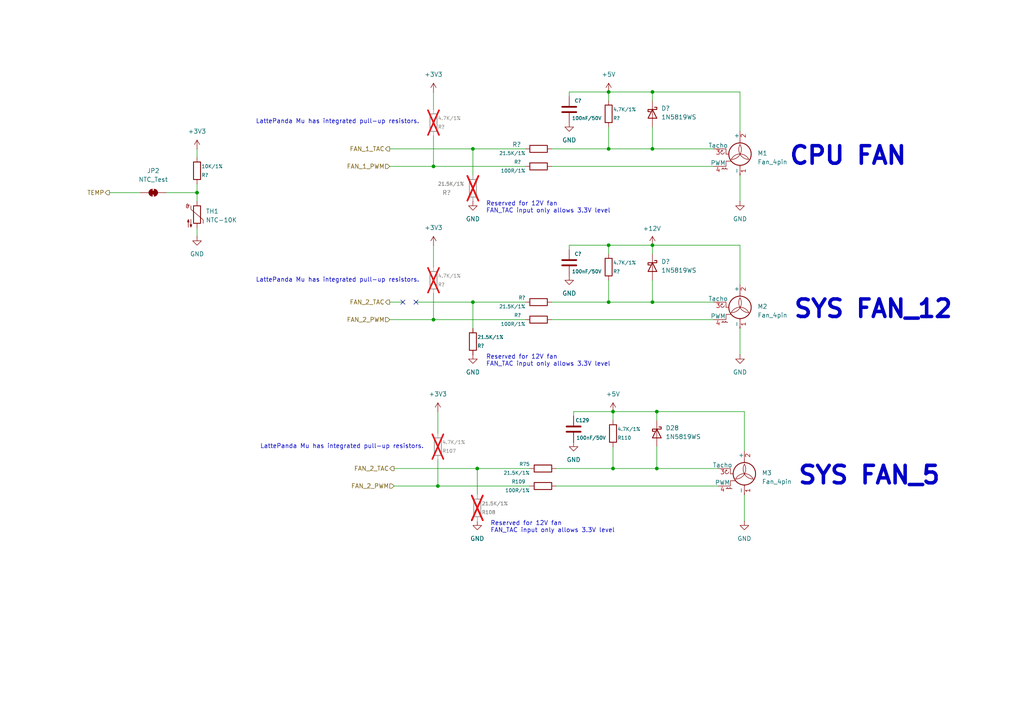
<source format=kicad_sch>
(kicad_sch (version 20231120) (generator "eeschema") (generator_version "8.0")
  (paper "A4")
  (title_block (title "nvme Carrier for LattePanda Mu") (date "2024-07-13") (rev "V1.0"))
  (lib_symbols
    (symbol "Device:C" (pin_numbers hide) (pin_names (offset 0.254))
      (property "Reference" "C" (at 0.635 2.54 0))
      (property "Value" "C" (at 0.635 -2.54 0))
      (symbol "C_0_1"
        (polyline (pts (xy -2.032 -0.762) (xy 2.032 -0.762)) (stroke (width 0.508)))
        (polyline (pts (xy -2.032 0.762) (xy 2.032 0.762)) (stroke (width 0.508)))
      )
      (symbol "C_1_1"
        (pin passive line (at 0 3.81 270) (length 2.794) (name "~") (number "1"))
        (pin passive line (at 0 -3.81 90) (length 2.794) (name "~") (number "2"))
      )
    )
    (symbol "Device:R" (pin_numbers hide) (pin_names (offset 0))
      (property "Reference" "R" (at 2.032 0 90))
      (property "Value" "R" (at 0 0 90))
      (symbol "R_0_1"
        (rectangle (start -1.016 -2.54) (end 1.016 2.54) (stroke (width 0.254)))
      )
      (symbol "R_1_1"
        (pin passive line (at 0 3.81 270) (length 1.27) (name "~") (number "1"))
        (pin passive line (at 0 -3.81 90) (length 1.27) (name "~") (number "2"))
      )
    )
    (symbol "Device:Thermistor_NTC" (pin_numbers hide) (pin_names (offset 0))
      (property "Reference" "TH" (at -4.445 0 90))
      (property "Value" "Thermistor_NTC" (at 3.175 0 90))
      (symbol "Thermistor_NTC_0_1"
        (arc (start -3.048 2.159) (mid -3.0495 2.3143) (end -3.175 2.413))
        (arc (start -3.048 2.159) (mid -2.9736 1.9794) (end -2.794 1.905))
        (arc (start -3.048 2.794) (mid -2.9736 2.6144) (end -2.794 2.54))
        (arc (start -2.794 1.905) (mid -2.6144 1.9794) (end -2.54 2.159))
        (arc (start -2.794 2.54) (mid -2.4393 2.5587) (end -2.159 2.794))
        (arc (start -2.794 3.048) (mid -2.9736 2.9736) (end -3.048 2.794))
        (arc (start -2.54 2.794) (mid -2.6144 2.9736) (end -2.794 3.048))
        (rectangle (start -1.016 2.54) (end 1.016 -2.54) (stroke (width 0.254)))
        (polyline (pts (xy -2.54 2.159) (xy -2.54 2.794)))
        (polyline (pts (xy -1.778 2.54) (xy -1.778 1.524) (xy 1.778 -1.524) (xy 1.778 -2.54)))
        (polyline (pts (xy -2.54 -3.683) (xy -2.54 -1.397) (xy -2.794 -2.159) (xy -2.286 -2.159) (xy -2.54 -1.397) (xy -2.54 -1.651)) (fill (type outline)))
        (polyline (pts (xy -1.778 -1.397) (xy -1.778 -3.683) (xy -2.032 -2.921) (xy -1.524 -2.921) (xy -1.778 -3.683) (xy -1.778 -3.429)) (fill (type outline)))
      )
      (symbol "Thermistor_NTC_1_1"
        (pin passive line (at 0 3.81 270) (length 1.27) (name "~") (number "1"))
        (pin passive line (at 0 -3.81 90) (length 1.27) (name "~") (number "2"))
      )
    )
    (symbol "Diode:1N5819WS" (pin_numbers hide) (pin_names (offset 1.016) hide)
      (property "Reference" "D" (at 0 2.54 0))
      (property "Value" "1N5819WS" (at 0 -2.54 0))
      (symbol "1N5819WS_0_1"
        (polyline (pts (xy 1.27 0) (xy -1.27 0)))
        (polyline (pts (xy 1.27 1.27) (xy 1.27 -1.27) (xy -1.27 0) (xy 1.27 1.27)) (stroke (width 0.254)))
        (polyline (pts (xy -1.905 0.635) (xy -1.905 1.27) (xy -1.27 1.27) (xy -1.27 -1.27) (xy -0.635 -1.27) (xy -0.635 -0.635)) (stroke (width 0.254)))
      )
      (symbol "1N5819WS_1_1"
        (pin passive line (at -3.81 0 0) (length 2.54) (name "K") (number "1"))
        (pin passive line (at 3.81 0 180) (length 2.54) (name "A") (number "2"))
      )
    )
    (symbol "Jumper:SolderJumper_2_Bridged" (pin_numbers hide) (pin_names (offset 0) hide) (exclude_from_sim yes) (in_bom no)
      (property "Reference" "JP" (at 0 2.032 0))
      (property "Value" "SolderJumper_2_Bridged" (at 0 -2.54 0))
      (symbol "SolderJumper_2_Bridged_0_1"
        (rectangle (start -0.508 0.508) (end 0.508 -0.508) (fill (type outline)))
        (arc (start -0.254 1.016) (mid -1.2656 0) (end -0.254 -1.016))
        (arc (start -0.254 1.016) (mid -1.2656 0) (end -0.254 -1.016) (fill (type outline)))
        (polyline (pts (xy -0.254 1.016) (xy -0.254 -1.016)))
        (polyline (pts (xy 0.254 1.016) (xy 0.254 -1.016)))
        (arc (start 0.254 -1.016) (mid 1.2656 0) (end 0.254 1.016))
        (arc (start 0.254 -1.016) (mid 1.2656 0) (end 0.254 1.016) (fill (type outline)))
      )
      (symbol "SolderJumper_2_Bridged_1_1"
        (pin passive line (at -3.81 0 0) (length 2.54) (name "A") (number "1"))
        (pin passive line (at 3.81 0 180) (length 2.54) (name "B") (number "2"))
      )
    )
    (symbol "Motor:Fan_4pin" (pin_names (offset 0))
      (property "Reference" "M" (at 2.54 5.08 0))
      (property "Value" "Fan_4pin" (at 2.54 -2.54 0))
      (symbol "Fan_4pin_0_0"
        (arc (start -5.588 1.524) (mid -5.08 1.0182) (end -4.572 1.524))
        (arc (start -5.08 2.032) (mid -5.4392 1.8832) (end -5.588 1.524))
        (polyline (pts (xy -5.08 2.032) (xy -5.334 2.159)))
        (polyline (pts (xy -5.08 2.032) (xy -5.207 1.778)))
        (polyline (pts (xy -4.064 2.54) (xy -4.064 1.016) (xy -3.302 1.016)))
      )
      (symbol "Fan_4pin_0_1"
        (arc (start -2.54 -0.508) (mid 0.0028 0.9121) (end 0 3.81))
        (polyline (pts (xy -4.064 2.54) (xy -5.08 2.54)))
        (polyline (pts (xy 0 -5.08) (xy 0 -4.572)))
        (polyline (pts (xy 0 -2.2352) (xy 0 -2.6416)))
        (polyline (pts (xy 0 4.2672) (xy 0 4.6228)))
        (polyline (pts (xy 0 4.572) (xy 0 5.08)))
        (polyline (pts (xy -2.54 -1.016) (xy -4.064 -1.016) (xy -4.064 -2.54) (xy -5.08 -2.54)))
        (polyline (pts (xy -5.334 -3.302) (xy -5.08 -3.302) (xy -5.08 -3.048) (xy -4.826 -3.048) (xy -4.826 -3.302) (xy -4.318 -3.302) (xy -4.318 -3.048) (xy -4.064 -3.048) (xy -4.064 -3.302) (xy -3.556 -3.302)))
        (circle (center 0 1.016) (radius 3.2512) (stroke (width 0.254)))
        (arc (start 0 3.81) (mid 0.053 0.921) (end 2.54 -0.508))
        (arc (start 2.54 -0.508) (mid 0 1.0618) (end -2.54 -0.508))
      )
      (symbol "Fan_4pin_1_1"
        (pin passive line (at 0 -5.08 90) (length 2.54) (name "-") (number "1"))
        (pin passive line (at 0 7.62 270) (length 2.54) (name "+") (number "2"))
        (pin passive line (at -7.62 2.54 0) (length 2.54) (name "Tacho") (number "3"))
        (pin input line (at -7.62 -2.54 0) (length 2.54) (name "PWM") (number "4"))
      )
    )
    (symbol "power:+12V" (power) (pin_numbers hide) (pin_names (offset 0) hide)
      (property "Value" "+12V" (at 0 3.556 0))
      (symbol "+12V_0_1"
        (polyline (pts (xy -0.762 1.27) (xy 0 2.54)))
        (polyline (pts (xy 0 0) (xy 0 2.54)))
        (polyline (pts (xy 0 2.54) (xy 0.762 1.27)))
      )
      (symbol "+12V_1_1"
        (pin power_in line (at 0 0 90) (length 0) (name "~") (number "1"))
      )
    )
    (symbol "power:+3V3" (power) (pin_numbers hide) (pin_names (offset 0) hide)
      (property "Value" "+3V3" (at 0 3.556 0))
      (symbol "+3V3_0_1"
        (polyline (pts (xy -0.762 1.27) (xy 0 2.54)))
        (polyline (pts (xy 0 0) (xy 0 2.54)))
        (polyline (pts (xy 0 2.54) (xy 0.762 1.27)))
      )
      (symbol "+3V3_1_1"
        (pin power_in line (at 0 0 90) (length 0) (name "~") (number "1"))
      )
    )
    (symbol "power:+5V" (power) (pin_numbers hide) (pin_names (offset 0) hide)
      (property "Value" "+5V" (at 0 3.556 0))
      (symbol "+5V_0_1"
        (polyline (pts (xy -0.762 1.27) (xy 0 2.54)))
        (polyline (pts (xy 0 0) (xy 0 2.54)))
        (polyline (pts (xy 0 2.54) (xy 0.762 1.27)))
      )
      (symbol "+5V_1_1"
        (pin power_in line (at 0 0 90) (length 0) (name "~") (number "1"))
      )
    )
    (symbol "power:GND" (power) (pin_numbers hide) (pin_names (offset 0) hide)
      (property "Value" "GND" (at 0 -3.81 0))
      (symbol "GND_0_1"
        (polyline (pts (xy 0 0) (xy 0 -1.27) (xy 1.27 -1.27) (xy 0 -2.54) (xy -1.27 -1.27) (xy 0 -1.27)))
      )
      (symbol "GND_1_1"
        (pin power_in line (at 0 0 270) (length 0) (name "~") (number "1"))
      )
    )
  )
  (junction (at 176.53 87.63))
  (junction (at 176.53 26.67))
  (junction (at 138.43 135.89))
  (junction (at 177.8 135.89))
  (junction (at 137.16 43.18))
  (junction (at 189.23 26.67))
  (junction (at 190.5 135.89))
  (junction (at 127 140.97))
  (junction (at 189.23 71.12))
  (junction (at 125.73 48.26))
  (junction (at 176.53 71.12))
  (junction (at 177.8 119.38))
  (junction (at 125.73 92.71))
  (junction (at 189.23 43.18))
  (junction (at 190.5 119.38))
  (junction (at 176.53 43.18))
  (junction (at 57.15 55.88))
  (junction (at 137.16 87.63))
  (junction (at 189.23 87.63))
  (no_connect (at 116.84 87.63))
  (no_connect (at 120.65 87.63))
  (wire (pts (xy 161.29 140.97) (xy 208.28 140.97)))
  (wire (pts (xy 165.1 71.12) (xy 176.53 71.12)))
  (wire (pts (xy 215.9 119.38) (xy 190.5 119.38)))
  (wire (pts (xy 57.15 43.18) (xy 57.15 45.72)))
  (wire (pts (xy 189.23 26.67) (xy 176.53 26.67)))
  (wire (pts (xy 120.65 87.63) (xy 137.16 87.63)))
  (wire (pts (xy 127 133.35) (xy 127 140.97)))
  (wire (pts (xy 160.02 43.18) (xy 176.53 43.18)))
  (wire (pts (xy 113.03 48.26) (xy 125.73 48.26)))
  (wire (pts (xy 176.53 87.63) (xy 189.23 87.63)))
  (wire (pts (xy 125.73 71.12) (xy 125.73 77.47)))
  (wire (pts (xy 125.73 48.26) (xy 152.4 48.26)))
  (wire (pts (xy 113.03 43.18) (xy 137.16 43.18)))
  (wire (pts (xy 137.16 87.63) (xy 137.16 95.25)))
  (wire (pts (xy 114.3 140.97) (xy 127 140.97)))
  (wire (pts (xy 127 119.38) (xy 127 125.73)))
  (wire (pts (xy 214.63 71.12) (xy 189.23 71.12)))
  (wire (pts (xy 189.23 73.66) (xy 189.23 71.12)))
  (wire (pts (xy 207.01 87.63) (xy 189.23 87.63)))
  (wire (pts (xy 138.43 135.89) (xy 138.43 143.51)))
  (wire (pts (xy 138.43 135.89) (xy 153.67 135.89)))
  (wire (pts (xy 125.73 92.71) (xy 152.4 92.71)))
  (wire (pts (xy 214.63 50.8) (xy 214.63 58.42)))
  (wire (pts (xy 165.1 27.94) (xy 165.1 26.67)))
  (wire (pts (xy 176.53 26.67) (xy 176.53 29.21)))
  (wire (pts (xy 57.15 66.04) (xy 57.15 68.58)))
  (wire (pts (xy 177.8 135.89) (xy 190.5 135.89)))
  (wire (pts (xy 160.02 87.63) (xy 176.53 87.63)))
  (wire (pts (xy 137.16 43.18) (xy 152.4 43.18)))
  (wire (pts (xy 190.5 135.89) (xy 190.5 129.54)))
  (wire (pts (xy 31.75 55.88) (xy 40.64 55.88)))
  (wire (pts (xy 189.23 43.18) (xy 189.23 36.83)))
  (wire (pts (xy 189.23 87.63) (xy 189.23 81.28)))
  (wire (pts (xy 57.15 53.34) (xy 57.15 55.88)))
  (wire (pts (xy 160.02 48.26) (xy 207.01 48.26)))
  (wire (pts (xy 189.23 71.12) (xy 176.53 71.12)))
  (wire (pts (xy 176.53 71.12) (xy 176.53 73.66)))
  (wire (pts (xy 137.16 43.18) (xy 137.16 50.8)))
  (wire (pts (xy 214.63 95.25) (xy 214.63 102.87)))
  (wire (pts (xy 166.37 120.65) (xy 166.37 119.38)))
  (wire (pts (xy 215.9 143.51) (xy 215.9 151.13)))
  (wire (pts (xy 166.37 119.38) (xy 177.8 119.38)))
  (wire (pts (xy 165.1 72.39) (xy 165.1 71.12)))
  (wire (pts (xy 214.63 82.55) (xy 214.63 71.12)))
  (wire (pts (xy 214.63 26.67) (xy 189.23 26.67)))
  (wire (pts (xy 137.16 87.63) (xy 152.4 87.63)))
  (wire (pts (xy 127 140.97) (xy 153.67 140.97)))
  (wire (pts (xy 161.29 135.89) (xy 177.8 135.89)))
  (wire (pts (xy 125.73 26.67) (xy 125.73 31.75)))
  (wire (pts (xy 189.23 29.21) (xy 189.23 26.67)))
  (wire (pts (xy 208.28 135.89) (xy 190.5 135.89)))
  (wire (pts (xy 176.53 81.28) (xy 176.53 87.63)))
  (wire (pts (xy 190.5 119.38) (xy 177.8 119.38)))
  (wire (pts (xy 48.26 55.88) (xy 57.15 55.88)))
  (wire (pts (xy 214.63 38.1) (xy 214.63 26.67)))
  (wire (pts (xy 57.15 55.88) (xy 57.15 58.42)))
  (wire (pts (xy 125.73 39.37) (xy 125.73 48.26)))
  (wire (pts (xy 207.01 43.18) (xy 189.23 43.18)))
  (wire (pts (xy 113.03 92.71) (xy 125.73 92.71)))
  (wire (pts (xy 176.53 36.83) (xy 176.53 43.18)))
  (wire (pts (xy 114.3 135.89) (xy 138.43 135.89)))
  (wire (pts (xy 176.53 43.18) (xy 189.23 43.18)))
  (wire (pts (xy 215.9 130.81) (xy 215.9 119.38)))
  (wire (pts (xy 177.8 129.54) (xy 177.8 135.89)))
  (wire (pts (xy 165.1 26.67) (xy 176.53 26.67)))
  (wire (pts (xy 177.8 119.38) (xy 177.8 121.92)))
  (wire (pts (xy 160.02 92.71) (xy 207.01 92.71)))
  (wire (pts (xy 113.03 87.63) (xy 116.84 87.63)))
  (wire (pts (xy 190.5 121.92) (xy 190.5 119.38)))
  (wire (pts (xy 125.73 85.09) (xy 125.73 92.71)))
  (text "CPU FAN" (at 228.6 48.26 0) (effects (font (size 5.08 5.08) (bold yes)) (justify left bottom)))
  (text "SYS FAN_5" (at 231.14 140.97 0) (effects (font (size 5.08 5.08) (bold yes)) (justify left bottom)))
  (text "SYS FAN_12" (at 229.87 92.71 0) (effects (font (size 5.08 5.08) (bold yes)) (justify left bottom)))
  (text "Reserved for 12V fan\nFAN_TAC input only allows 3.3V level" (at 140.97 102.87 0) (effects (font (size 1.27 1.27)) (justify left top)))
  (text "LattePanda Mu has integrated pull-up resistors." (at 121.666 35.306 0) (effects (font (size 1.27 1.27)) (justify right)))
  (text "LattePanda Mu has integrated pull-up resistors." (at 121.666 81.28 0) (effects (font (size 1.27 1.27)) (justify right)))
  (text "Reserved for 12V fan\nFAN_TAC input only allows 3.3V level" (at 140.97 58.42 0) (effects (font (size 1.27 1.27)) (justify left top)))
  (text "Reserved for 12V fan\nFAN_TAC input only allows 3.3V level" (at 142.24 151.13 0) (effects (font (size 1.27 1.27)) (justify left top)))
  (text "LattePanda Mu has integrated pull-up resistors." (at 122.936 129.54 0) (effects (font (size 1.27 1.27)) (justify right)))
  (hierarchical_label "FAN_1_TAC" (shape output) (at 113.03 43.18 180))
  (hierarchical_label "FAN_2_PWM" (shape input) (at 114.3 140.97 180))
  (hierarchical_label "FAN_1_PWM" (shape input) (at 113.03 48.26 180))
  (hierarchical_label "TEMP" (shape output) (at 31.75 55.88 180))
  (hierarchical_label "FAN_2_PWM" (shape input) (at 113.03 92.71 180))
  (hierarchical_label "FAN_2_TAC" (shape output) (at 114.3 135.89 180))
  (hierarchical_label "FAN_2_TAC" (shape output) (at 113.03 87.63 180))
  (symbol (lib_id "Device:R") (at 156.21 48.26 90) (unit 1)
    (property "Reference" "R?" (at 151.13 46.99 90) (effects (font (size 1 1)) (justify left)))
    (property "Value" "100R/1%" (at 152.4 49.53 90) (effects (font (size 1 1)) (justify left)))
    (property "Footprint" "A_HDJ_Library:R_0402_1005Metric" (effects (hide yes)))
    (property "Datasheet" "https://wmsc.lcsc.com/wmsc/upload/file/pdf/v2/lcsc/2304140030_YAGEO-RC0402FR-07100RL_C106232.pdf" (effects (hide yes)))
    (property "Part#" "C106232" (effects (hide yes)))
    (property "MPN" "RC0402FR-07100RL" (effects (hide yes)))
    (property "Package" "0402" (effects (hide yes)))
    (property "LCSC Part #" "C106232" (effects (hide yes)))
  )
  (symbol (lib_id "Device:R") (at 156.21 92.71 90) (unit 1)
    (property "Reference" "R?" (at 151.13 91.44 90) (effects (font (size 1 1)) (justify left)))
    (property "Value" "100R/1%" (at 152.4 93.98 90) (effects (font (size 1 1)) (justify left)))
    (property "Footprint" "A_HDJ_Library:R_0402_1005Metric" (effects (hide yes)))
    (property "Datasheet" "https://wmsc.lcsc.com/wmsc/upload/file/pdf/v2/lcsc/2304140030_YAGEO-RC0402FR-07100RL_C106232.pdf" (effects (hide yes)))
    (property "Part#" "C106232" (effects (hide yes)))
    (property "MPN" "RC0402FR-07100RL" (effects (hide yes)))
    (property "Package" "0402" (effects (hide yes)))
    (property "LCSC Part #" "C106232" (effects (hide yes)))
  )
  (symbol (lib_id "Device:R") (at 177.8 125.73 0) (unit 1)
    (property "Reference" "R110" (at 179.07 127 0) (effects (font (size 1 1)) (justify left)))
    (property "Value" "4.7K/1%" (at 179.07 124.46 0) (effects (font (size 1 1)) (justify left)))
    (property "Footprint" "A_HDJ_Library:R_0402_1005Metric" (effects (hide yes)))
    (property "Datasheet" "https://wmsc.lcsc.com/wmsc/upload/file/pdf/v2/lcsc/2304140030_YAGEO-RC0402FR-074K7L_C105871.pdf" (effects (hide yes)))
    (property "Part#" "C105871" (effects (hide yes)))
    (property "MPN" "RC0402FR-074K7L" (effects (hide yes)))
    (property "Package" "0402" (effects (hide yes)))
    (property "LCSC Part #" "C105871" (effects (hide yes)))
  )
  (symbol (lib_id "power:GND") (at 138.43 151.13 0) (unit 1)
    (property "Reference" "#PWR0152" (effects (hide yes)))
    (property "Value" "GND" (at 138.43 156.21 0))
  )
  (symbol (lib_id "Jumper:SolderJumper_2_Bridged") (at 44.45 55.88 0) (unit 1) (exclude_from_sim yes) (in_bom no)
    (property "Reference" "JP2" (at 44.45 49.53 0))
    (property "Value" "NTC_Test" (at 44.45 52.07 0))
    (property "Footprint" "Jumper:SolderJumper-2_P1.3mm_Bridged_RoundedPad1.0x1.5mm" (effects (hide yes)))
    (property "Description" "Solder Jumper, 2-pole, closed/bridged" (effects (hide yes)))
    (property "Package" "SolderJumper" (effects (hide yes)))
  )
  (symbol (lib_id "Device:R") (at 137.16 54.61 0) (unit 1) (in_bom no) (on_board no) (dnp yes)
    (property "Reference" "R?" (at 129.54 55.88 0))
    (property "Value" "21.5K/1%" (at 130.81 53.34 0) (effects (font (size 1 1))))
    (property "Footprint" "A_HDJ_Library:R_0402_1005Metric" (effects (hide yes)))
    (property "Datasheet" "https://wmsc.lcsc.com/wmsc/upload/file/pdf/v2/lcsc/2304140030_YAGEO-RC0402FR-0721K5L_C185442.pdf" (effects (hide yes)))
    (property "Part#" "C185442" (effects (hide yes)))
    (property "MPN" "RC0402FR-0721K5L" (effects (hide yes)))
    (property "Package" "0402" (effects (hide yes)))
    (property "LCSC Part #" "C185442" (effects (hide yes)))
  )
  (symbol (lib_id "Device:Thermistor_NTC") (at 57.15 62.23 0) (unit 1)
    (property "Reference" "TH1" (at 59.69 61.2775 0) (effects (justify left)))
    (property "Value" "NTC-10K" (at 59.69 63.8175 0) (effects (justify left)))
    (property "Footprint" "Resistor_SMD:R_0603_1608Metric" (effects (hide yes)))
    (property "Datasheet" "https://www.mouser.de/datasheet/2/281/NCU18XH103F60RB-1519762.pdf" (effects (hide yes)))
    (property "Part#" "C440252" (effects (hide yes)))
    (property "MPN" "NCU18XH103F60RB " (effects (hide yes)))
    (property "Package" "0603" (effects (hide yes)))
    (property "LCSC Part #" "C440252" (effects (hide yes)))
  )
  (symbol (lib_id "Device:C") (at 165.1 31.75 0) (unit 1)
    (property "Reference" "C?" (at 167.64 29.21 0) (effects (font (size 1 1))))
    (property "Value" "100nF/50V" (at 170.18 34.29 0) (effects (font (size 1 1))))
    (property "Footprint" "A_HDJ_Library:C_0402_1005Metric" (effects (hide yes)))
    (property "Datasheet" "https://wmsc.lcsc.com/wmsc/upload/file/pdf/v2/lcsc/1809272047_Murata-Electronics-GRM155R71H104KE14D_C77020.pdf" (effects (hide yes)))
    (property "SCH_Show_Footprint" "C0402" (effects (hide yes)))
    (property "Part#" "C77020" (effects (hide yes)))
    (property "MPN" "GRM155R71H104KE14D" (effects (hide yes)))
    (property "Package" "0402" (effects (hide yes)))
    (property "LCSC Part #" "C77020" (effects (hide yes)))
  )
  (symbol (lib_id "power:GND") (at 165.1 80.01 0) (unit 1)
    (property "Reference" "#PWR0117" (effects (hide yes)))
    (property "Value" "GND" (at 165.1 85.09 0))
  )
  (symbol (lib_id "Device:R") (at 157.48 140.97 90) (unit 1)
    (property "Reference" "R109" (at 152.4 139.7 90) (effects (font (size 1 1)) (justify left)))
    (property "Value" "100R/1%" (at 153.67 142.24 90) (effects (font (size 1 1)) (justify left)))
    (property "Footprint" "A_HDJ_Library:R_0402_1005Metric" (effects (hide yes)))
    (property "Datasheet" "https://wmsc.lcsc.com/wmsc/upload/file/pdf/v2/lcsc/2304140030_YAGEO-RC0402FR-07100RL_C106232.pdf" (effects (hide yes)))
    (property "Part#" "C106232" (effects (hide yes)))
    (property "MPN" "RC0402FR-07100RL" (effects (hide yes)))
    (property "Package" "0402" (effects (hide yes)))
    (property "LCSC Part #" "C106232" (effects (hide yes)))
  )
  (symbol (lib_id "Motor:Fan_4pin") (at 214.63 90.17 0) (unit 1)
    (property "Reference" "M2" (at 219.71 88.9 0) (effects (justify left)))
    (property "Value" "Fan_4pin" (at 219.71 91.44 0) (effects (justify left)))
    (property "Footprint" "Connector:FanPinHeader_1x04_P2.54mm_Vertical" (effects (hide yes)))
    (property "Datasheet" "https://wmsc.lcsc.com/wmsc/upload/file/pdf/v2/lcsc/1811051309_MOLEX-470531000_C240840.pdf" (effects (hide yes)))
    (property "Part#" "C240840" (effects (hide yes)))
    (property "MPN" "470531000" (effects (hide yes)))
    (property "Package" "Plugin,P=2.54mm" (effects (hide yes)))
    (property "LCSC Part #" "C240840" (effects (hide yes)))
  )
  (symbol (lib_id "power:GND") (at 214.63 58.42 0) (unit 1)
    (property "Reference" "#PWR0123" (effects (hide yes)))
    (property "Value" "GND" (at 214.63 63.5 0))
  )
  (symbol (lib_id "Device:R") (at 138.43 147.32 0) (unit 1) (in_bom no) (on_board no) (dnp yes)
    (property "Reference" "R108" (at 139.7 148.59 0) (effects (font (size 1 1)) (justify left)))
    (property "Value" "21.5K/1%" (at 139.7 146.05 0) (effects (font (size 1 1)) (justify left)))
    (property "Footprint" "A_HDJ_Library:R_0402_1005Metric" (effects (hide yes)))
    (property "Datasheet" "https://wmsc.lcsc.com/wmsc/upload/file/pdf/v2/lcsc/2304140030_YAGEO-RC0402FR-0721K5L_C185442.pdf" (effects (hide yes)))
    (property "Part#" "C185442" (effects (hide yes)))
    (property "MPN" "RC0402FR-0721K5L" (effects (hide yes)))
    (property "Package" "0402" (effects (hide yes)))
    (property "LCSC Part #" "C185442" (effects (hide yes)))
  )
  (symbol (lib_id "power:GND") (at 215.9 151.13 0) (unit 1)
    (property "Reference" "#PWR0156" (effects (hide yes)))
    (property "Value" "GND" (at 215.9 156.21 0))
  )
  (symbol (lib_id "Diode:1N5819WS") (at 189.23 77.47 270) (unit 1)
    (property "Reference" "D?" (at 191.77 75.8825 90) (effects (justify left)))
    (property "Value" "1N5819WS" (at 191.77 78.4225 90) (effects (justify left)))
    (property "Footprint" "A_HDJ_Library:D_SOD-323" (effects (hide yes)))
    (property "Datasheet" "https://wmsc.lcsc.com/wmsc/upload/file/pdf/v2/lcsc/2204281430_Guangdong-Hottech-1N5819WS_C191023.pdf" (effects (hide yes)))
    (property "SCH_Show_Footprint" "SOD-323" (effects (hide yes)))
    (property "Part#" "C2828425" (effects (hide yes)))
    (property "MPN" "1N5819WS" (effects (hide yes)))
    (property "Package" "SOD-323" (effects (hide yes)))
    (property "LCSC Part #" "C2828425" (effects (hide yes)))
  )
  (symbol (lib_id "power:+5V") (at 176.53 26.67 0) (unit 1)
    (property "Reference" "#PWR0118" (effects (hide yes)))
    (property "Value" "+5V" (at 176.53 21.59 0))
  )
  (symbol (lib_id "power:+5V") (at 177.8 119.38 0) (unit 1)
    (property "Reference" "#PWR0154" (effects (hide yes)))
    (property "Value" "+5V" (at 177.8 114.3 0))
  )
  (symbol (lib_id "power:GND") (at 137.16 58.42 0) (unit 1)
    (property "Reference" "#PWR0114" (effects (hide yes)))
    (property "Value" "GND" (at 137.16 63.5 0))
  )
  (symbol (lib_id "Motor:Fan_4pin") (at 215.9 138.43 0) (unit 1)
    (property "Reference" "M3" (at 220.98 137.1599 0) (effects (justify left)))
    (property "Value" "Fan_4pin" (at 220.98 139.6999 0) (effects (justify left)))
    (property "Footprint" "Connector:FanPinHeader_1x04_P2.54mm_Vertical" (effects (hide yes)))
    (property "Datasheet" "https://wmsc.lcsc.com/wmsc/upload/file/pdf/v2/lcsc/1811051309_MOLEX-470531000_C240840.pdf" (effects (hide yes)))
    (property "Part#" "C240840" (effects (hide yes)))
    (property "MPN" "470531000" (effects (hide yes)))
    (property "Package" "Plugin,P=2.54mm" (effects (hide yes)))
    (property "LCSC Part #" "C240840" (effects (hide yes)))
  )
  (symbol (lib_id "Device:C") (at 165.1 76.2 0) (unit 1)
    (property "Reference" "C?" (at 167.64 73.66 0) (effects (font (size 1 1))))
    (property "Value" "100nF/50V" (at 170.18 78.74 0) (effects (font (size 1 1))))
    (property "Footprint" "A_HDJ_Library:C_0402_1005Metric" (effects (hide yes)))
    (property "Datasheet" "https://wmsc.lcsc.com/wmsc/upload/file/pdf/v2/lcsc/1809272047_Murata-Electronics-GRM155R71H104KE14D_C77020.pdf" (effects (hide yes)))
    (property "SCH_Show_Footprint" "C0402" (effects (hide yes)))
    (property "Part#" "C77020" (effects (hide yes)))
    (property "MPN" "GRM155R71H104KE14D" (effects (hide yes)))
    (property "Package" "0402" (effects (hide yes)))
    (property "LCSC Part #" "C77020" (effects (hide yes)))
  )
  (symbol (lib_id "power:+3V3") (at 127 119.38 0) (unit 1)
    (property "Reference" "#PWR0151" (effects (hide yes)))
    (property "Value" "+3V3" (at 127 114.3 0))
  )
  (symbol (lib_id "power:+12V") (at 189.23 71.12 0) (unit 1)
    (property "Reference" "#PWR0121" (effects (hide yes)))
    (property "Value" "+12V" (at 186.436 66.294 0) (effects (justify left)))
  )
  (symbol (lib_id "Device:R") (at 125.73 35.56 0) (unit 1) (exclude_from_sim yes) (in_bom no) (on_board no) (dnp yes)
    (property "Reference" "R?" (at 127 36.83 0) (effects (font (size 1 1)) (justify left)))
    (property "Value" "4.7K/1%" (at 127 34.29 0) (effects (font (size 1 1)) (justify left)))
    (property "Footprint" "A_HDJ_Library:R_0402_1005Metric" (effects (hide yes)))
    (property "Datasheet" "https://wmsc.lcsc.com/wmsc/upload/file/pdf/v2/lcsc/2304140030_YAGEO-RC0402FR-074K7L_C105871.pdf" (effects (hide yes)))
    (property "Part#" "C105871" (effects (hide yes)))
    (property "MPN" "RC0402FR-074K7L" (effects (hide yes)))
    (property "Package" "0402" (effects (hide yes)))
    (property "LCSC Part #" "C105871" (effects (hide yes)))
  )
  (symbol (lib_id "Device:R") (at 156.21 87.63 90) (unit 1)
    (property "Reference" "R?" (at 152.4 86.36 90) (effects (font (size 1 1)) (justify left)))
    (property "Value" "21.5K/1%" (at 152.4 88.9 90) (effects (font (size 1 1)) (justify left)))
    (property "Footprint" "A_HDJ_Library:R_0402_1005Metric" (effects (hide yes)))
    (property "Datasheet" "https://wmsc.lcsc.com/wmsc/upload/file/pdf/v2/lcsc/2304140030_YAGEO-RC0402FR-0721K5L_C185442.pdf" (effects (hide yes)))
    (property "Part#" "C185442" (effects (hide yes)))
    (property "MPN" "RC0402FR-0721K5L" (effects (hide yes)))
    (property "Package" "0402" (effects (hide yes)))
    (property "LCSC Part #" "C185442" (effects (hide yes)))
  )
  (symbol (lib_id "power:GND") (at 214.63 102.87 0) (unit 1)
    (property "Reference" "#PWR0125" (effects (hide yes)))
    (property "Value" "GND" (at 214.63 107.95 0))
  )
  (symbol (lib_id "Motor:Fan_4pin") (at 214.63 45.72 0) (unit 1)
    (property "Reference" "M1" (at 219.71 44.45 0) (effects (justify left)))
    (property "Value" "Fan_4pin" (at 219.71 46.99 0) (effects (justify left)))
    (property "Footprint" "A_HDJ_Library:JST_PH_B4B-PH-K_1x04_P2.00mm_Vertical" (effects (hide yes)))
    (property "Datasheet" "https://wmsc.lcsc.com/wmsc/upload/file/pdf/v2/lcsc/2007221005_JST-B4B-PH-K-S-GW_C566011.pdf" (effects (hide yes)))
    (property "Part#" "C566011" (effects (hide yes)))
    (property "MPN" "B4B-PH-K-S-GW" (effects (hide yes)))
    (property "Package" "Plugin,P=2mm" (effects (hide yes)))
    (property "LCSC Part #" "C566011" (effects (hide yes)))
  )
  (symbol (lib_id "Diode:1N5819WS") (at 190.5 125.73 270) (unit 1)
    (property "Reference" "D28" (at 193.04 124.1424 90) (effects (justify left)))
    (property "Value" "1N5819WS" (at 193.04 126.6824 90) (effects (justify left)))
    (property "Footprint" "A_HDJ_Library:D_SOD-323" (effects (hide yes)))
    (property "Datasheet" "https://wmsc.lcsc.com/wmsc/upload/file/pdf/v2/lcsc/2204281430_Guangdong-Hottech-1N5819WS_C191023.pdf" (effects (hide yes)))
    (property "SCH_Show_Footprint" "SOD-323" (effects (hide yes)))
    (property "Part#" "C2828425" (effects (hide yes)))
    (property "MPN" "1N5819WS" (effects (hide yes)))
    (property "Package" "SOD-323" (effects (hide yes)))
    (property "LCSC Part #" "C2828425" (effects (hide yes)))
  )
  (symbol (lib_id "power:GND") (at 137.16 102.87 0) (unit 1)
    (property "Reference" "#PWR0115" (effects (hide yes)))
    (property "Value" "GND" (at 137.16 107.95 0))
  )
  (symbol (lib_id "Device:R") (at 127 129.54 0) (unit 1) (in_bom no) (on_board no) (dnp yes)
    (property "Reference" "R107" (at 128.27 130.81 0) (effects (font (size 1 1)) (justify left)))
    (property "Value" "4.7K/1%" (at 128.27 128.27 0) (effects (font (size 1 1)) (justify left)))
    (property "Footprint" "A_HDJ_Library:R_0402_1005Metric" (effects (hide yes)))
    (property "Datasheet" "https://wmsc.lcsc.com/wmsc/upload/file/pdf/v2/lcsc/2304140030_YAGEO-RC0402FR-074K7L_C105871.pdf" (effects (hide yes)))
    (property "Part#" "C105871" (effects (hide yes)))
    (property "MPN" "RC0402FR-074K7L" (effects (hide yes)))
    (property "Package" "0402" (effects (hide yes)))
    (property "LCSC Part #" "C105871" (effects (hide yes)))
  )
  (symbol (lib_id "Device:R") (at 125.73 81.28 0) (unit 1) (in_bom no) (on_board no) (dnp yes)
    (property "Reference" "R?" (at 127 82.55 0) (effects (font (size 1 1)) (justify left)))
    (property "Value" "4.7K/1%" (at 127 80.01 0) (effects (font (size 1 1)) (justify left)))
    (property "Footprint" "A_HDJ_Library:R_0402_1005Metric" (effects (hide yes)))
    (property "Datasheet" "https://wmsc.lcsc.com/wmsc/upload/file/pdf/v2/lcsc/2304140030_YAGEO-RC0402FR-074K7L_C105871.pdf" (effects (hide yes)))
    (property "Part#" "C105871" (effects (hide yes)))
    (property "MPN" "RC0402FR-074K7L" (effects (hide yes)))
    (property "Package" "0402" (effects (hide yes)))
    (property "LCSC Part #" "C105871" (effects (hide yes)))
  )
  (symbol (lib_id "Device:R") (at 156.21 43.18 270) (unit 1)
    (property "Reference" "R?" (at 149.86 41.91 90))
    (property "Value" "21.5K/1%" (at 148.59 44.45 90) (effects (font (size 1 1))))
    (property "Footprint" "A_HDJ_Library:R_0402_1005Metric" (effects (hide yes)))
    (property "Datasheet" "https://wmsc.lcsc.com/wmsc/upload/file/pdf/v2/lcsc/2304140030_YAGEO-RC0402FR-0721K5L_C185442.pdf" (effects (hide yes)))
    (property "Part#" "C185442" (effects (hide yes)))
    (property "MPN" "RC0402FR-0721K5L" (effects (hide yes)))
    (property "Package" "0402" (effects (hide yes)))
    (property "LCSC Part #" "C185442" (effects (hide yes)))
  )
  (symbol (lib_id "power:+3V3") (at 57.15 43.18 0) (unit 1)
    (property "Reference" "#PWR0113" (effects (hide yes)))
    (property "Value" "+3V3" (at 57.15 38.1 0))
  )
  (symbol (lib_id "power:GND") (at 165.1 35.56 0) (unit 1)
    (property "Reference" "#PWR0116" (effects (hide yes)))
    (property "Value" "GND" (at 165.1 40.64 0))
  )
  (symbol (lib_id "Device:C") (at 166.37 124.46 0) (unit 1)
    (property "Reference" "C129" (at 168.91 121.92 0) (effects (font (size 1 1))))
    (property "Value" "100nF/50V" (at 171.45 127 0) (effects (font (size 1 1))))
    (property "Footprint" "A_HDJ_Library:C_0402_1005Metric" (effects (hide yes)))
    (property "Datasheet" "https://wmsc.lcsc.com/wmsc/upload/file/pdf/v2/lcsc/1809272047_Murata-Electronics-GRM155R71H104KE14D_C77020.pdf" (effects (hide yes)))
    (property "SCH_Show_Footprint" "C0402" (effects (hide yes)))
    (property "Part#" "C77020" (effects (hide yes)))
    (property "MPN" "GRM155R71H104KE14D" (effects (hide yes)))
    (property "Package" "0402" (effects (hide yes)))
    (property "LCSC Part #" "C77020" (effects (hide yes)))
  )
  (symbol (lib_id "Device:R") (at 57.15 49.53 0) (unit 1)
    (property "Reference" "R?" (at 58.42 50.8 0) (effects (font (size 1 1)) (justify left)))
    (property "Value" "10K/1%" (at 58.42 48.26 0) (effects (font (size 1 1)) (justify left)))
    (property "Footprint" "A_HDJ_Library:R_0402_1005Metric" (effects (hide yes)))
    (property "Datasheet" "https://wmsc.lcsc.com/wmsc/upload/file/pdf/v2/lcsc/2304140030_YAGEO-RC0402FR-0710KL_C60490.pdf" (effects (hide yes)))
    (property "Part#" "C60490" (effects (hide yes)))
    (property "MPN" "RC0402FR-0710KL" (effects (hide yes)))
    (property "Package" "0402" (effects (hide yes)))
    (property "LCSC Part #" "C60490" (effects (hide yes)))
  )
  (symbol (lib_id "power:GND") (at 166.37 128.27 0) (unit 1)
    (property "Reference" "#PWR0153" (effects (hide yes)))
    (property "Value" "GND" (at 166.37 133.35 0))
  )
  (symbol (lib_id "Device:R") (at 137.16 99.06 0) (unit 1)
    (property "Reference" "R?" (at 138.43 100.33 0) (effects (font (size 1 1)) (justify left)))
    (property "Value" "21.5K/1%" (at 138.43 97.79 0) (effects (font (size 1 1)) (justify left)))
    (property "Footprint" "A_HDJ_Library:R_0402_1005Metric" (effects (hide yes)))
    (property "Datasheet" "https://wmsc.lcsc.com/wmsc/upload/file/pdf/v2/lcsc/2304140030_YAGEO-RC0402FR-0721K5L_C185442.pdf" (effects (hide yes)))
    (property "Part#" "C185442" (effects (hide yes)))
    (property "MPN" "RC0402FR-0721K5L" (effects (hide yes)))
    (property "Package" "0402" (effects (hide yes)))
    (property "LCSC Part #" "C185442" (effects (hide yes)))
  )
  (symbol (lib_id "power:+3V3") (at 125.73 26.67 0) (unit 1)
    (property "Reference" "#PWR0110" (effects (hide yes)))
    (property "Value" "+3V3" (at 125.73 21.59 0))
  )
  (symbol (lib_id "Diode:1N5819WS") (at 189.23 33.02 270) (unit 1)
    (property "Reference" "D?" (at 191.77 31.4325 90) (effects (justify left)))
    (property "Value" "1N5819WS" (at 191.77 33.9725 90) (effects (justify left)))
    (property "Footprint" "A_HDJ_Library:D_SOD-323" (effects (hide yes)))
    (property "Datasheet" "https://wmsc.lcsc.com/wmsc/upload/file/pdf/v2/lcsc/2204281430_Guangdong-Hottech-1N5819WS_C191023.pdf" (effects (hide yes)))
    (property "SCH_Show_Footprint" "SOD-323" (effects (hide yes)))
    (property "Part#" "C2828425" (effects (hide yes)))
    (property "MPN" "1N5819WS" (effects (hide yes)))
    (property "Package" "SOD-323" (effects (hide yes)))
    (property "LCSC Part #" "C2828425" (effects (hide yes)))
  )
  (symbol (lib_id "power:+3V3") (at 125.73 71.12 0) (unit 1)
    (property "Reference" "#PWR0112" (effects (hide yes)))
    (property "Value" "+3V3" (at 125.73 66.04 0))
  )
  (symbol (lib_id "Device:R") (at 176.53 77.47 0) (unit 1)
    (property "Reference" "R?" (at 177.8 78.74 0) (effects (font (size 1 1)) (justify left)))
    (property "Value" "4.7K/1%" (at 177.8 76.2 0) (effects (font (size 1 1)) (justify left)))
    (property "Footprint" "A_HDJ_Library:R_0402_1005Metric" (effects (hide yes)))
    (property "Datasheet" "https://wmsc.lcsc.com/wmsc/upload/file/pdf/v2/lcsc/2304140030_YAGEO-RC0402FR-074K7L_C105871.pdf" (effects (hide yes)))
    (property "Part#" "C105871" (effects (hide yes)))
    (property "MPN" "RC0402FR-074K7L" (effects (hide yes)))
    (property "Package" "0402" (effects (hide yes)))
    (property "LCSC Part #" "C105871" (effects (hide yes)))
  )
  (symbol (lib_id "Device:R") (at 176.53 33.02 0) (unit 1)
    (property "Reference" "R?" (at 177.8 34.29 0) (effects (font (size 1 1)) (justify left)))
    (property "Value" "4.7K/1%" (at 177.8 31.75 0) (effects (font (size 1 1)) (justify left)))
    (property "Footprint" "A_HDJ_Library:R_0402_1005Metric" (effects (hide yes)))
    (property "Datasheet" "https://wmsc.lcsc.com/wmsc/upload/file/pdf/v2/lcsc/2304140030_YAGEO-RC0402FR-074K7L_C105871.pdf" (effects (hide yes)))
    (property "Part#" "C105871" (effects (hide yes)))
    (property "MPN" "RC0402FR-074K7L" (effects (hide yes)))
    (property "Package" "0402" (effects (hide yes)))
    (property "LCSC Part #" "C105871" (effects (hide yes)))
  )
  (symbol (lib_id "power:GND") (at 57.15 68.58 0) (unit 1)
    (property "Reference" "#PWR0111" (effects (hide yes)))
    (property "Value" "GND" (at 57.15 73.66 0))
  )
  (symbol (lib_id "Device:R") (at 157.48 135.89 90) (unit 1)
    (property "Reference" "R75" (at 153.67 134.62 90) (effects (font (size 1 1)) (justify left)))
    (property "Value" "21.5K/1%" (at 153.67 137.16 90) (effects (font (size 1 1)) (justify left)))
    (property "Footprint" "A_HDJ_Library:R_0402_1005Metric" (effects (hide yes)))
    (property "Datasheet" "https://wmsc.lcsc.com/wmsc/upload/file/pdf/v2/lcsc/2304140030_YAGEO-RC0402FR-0721K5L_C185442.pdf" (effects (hide yes)))
    (property "Part#" "C185442" (effects (hide yes)))
    (property "MPN" "RC0402FR-0721K5L" (effects (hide yes)))
    (property "Package" "0402" (effects (hide yes)))
    (property "LCSC Part #" "C185442" (effects (hide yes)))
  )
)
</source>
